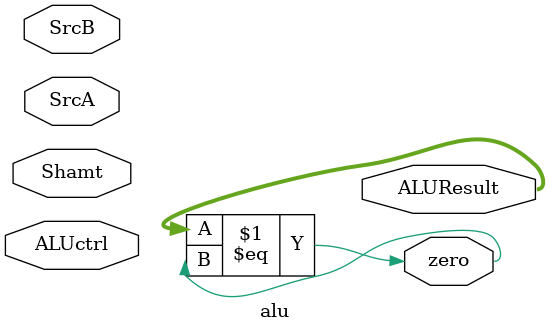
<source format=v>
`timescale 1ns / 1ps
module alu(
    input [31:0] SrcA,
    input [31:0] SrcB,
    input [4:0] Shamt,
    input [7:0] ALUctrl,
    output [31:0] ALUResult,
    output zero
    );

	assign zero= ALUResult==zero;
	
	
endmodule

</source>
